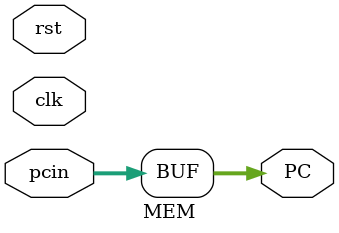
<source format=sv>
`timescale 1ns/1ns
module MEM(input clk, rst,
            input[31:0] pcin,
            output[31:0] PC);
    
     assign PC = pcin; 
            
endmodule


</source>
